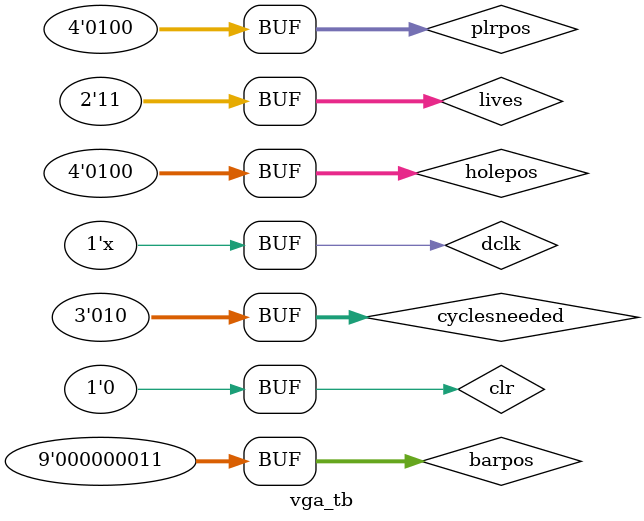
<source format=v>
`timescale 1ns / 1ps


module vga_tb;
	reg dclk;
	reg clr;
	reg [8:0] barpos;
	reg [3:0] holepos;
	reg [3:0] plrpos;
	reg [1:0] lives;
	reg [2:0] cyclesneeded;

	wire hsync;
	wire vsync;
	wire [2:0] red;
	wire [2:0] green;
	wire [1:0] blue;

	// Instantiate the Unit Under Test (UUT)
	vga vga_ (
		.dclk (dclk),
		.clr (clr),
		.barpos (barpos),
		.holepos (holepos),
		.plrpos (plrpos),
		.lives (lives),
		.hsync (hsync),
		.vsync (vsync),
		.red (red),
		.green (green),
		.blue (blue),
		.cyclesneeded (cyclesneeded)
	
	);

	initial begin
		// Initialize Inputs

		dclk = 0;
		clr = 0;
		barpos = 3;
		holepos = 4;
		plrpos = 4;
		lives = 3;
		cyclesneeded = 2;

		// Wait 100 ns for global reset to finish
		#100;
        
		// Add stimulus here

	end
	always #5 dclk = ~dclk;
	
      
endmodule


</source>
